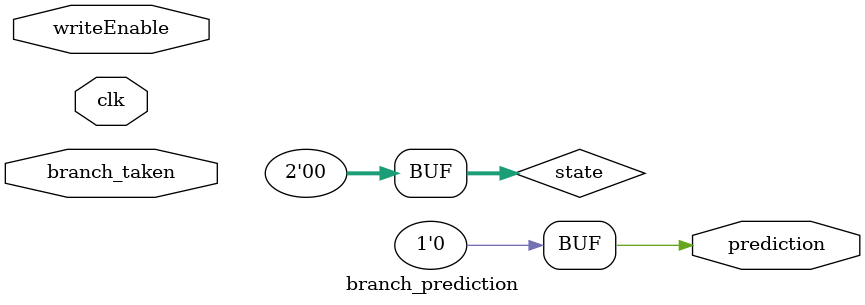
<source format=v>
module branch_prediction (
    input clk,
    input writeEnable,
    input branch_taken,

    output wire prediction
);
    
    // two bit state
    // state[1] = 1     => last prediction: taken
    // state[1] = 0     => last prediction: not taken
    reg [1:0] state;

    initial begin
        state = 2'b00;
    end

    assign prediction = state[1];


endmodule
</source>
